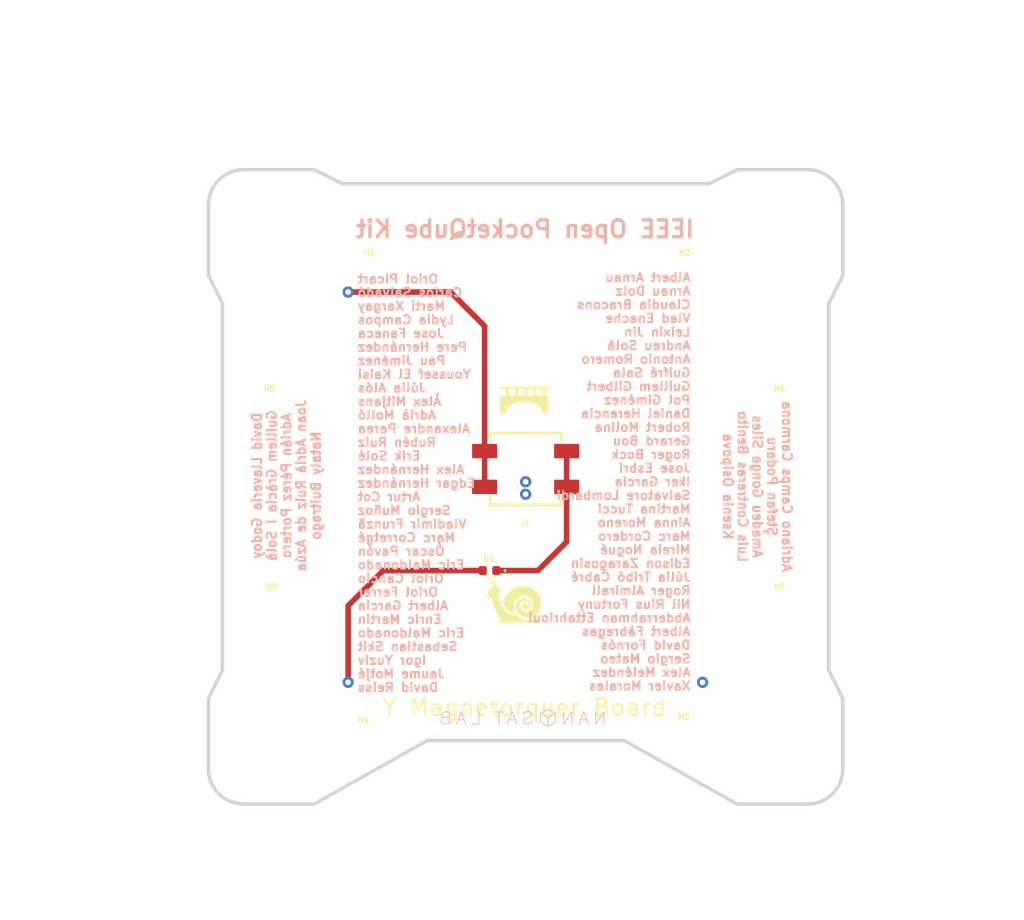
<source format=kicad_pcb>
(kicad_pcb (version 20221018) (generator pcbnew)
  (layers (0 "F.Cu" signal) (1 "In1.Cu" signal) (2 "In2.Cu" signal) (3 "In3.Cu" signal) (4 "In4.Cu" signal) (31 "B.Cu" signal) (34 "B.Paste" user) (35 "F.Paste" user) (36 "B.SilkS" user "B.Silkscreen") (37 "F.SilkS" user "F.Silkscreen") (38 "B.Mask" user) (39 "F.Mask" user) (44 "Edge.Cuts" user))
  (net 0 "")
  (net 1 "/VCC_MAG")
  (net 2 "/MAG+Y")
  (footprint "MountingHole:MountingHole_2.2mm_M2_DIN965" (layer "F.Cu") (at 83.748 70.746)
    (fp_text reference "H8" (at 0 -2.9 unlocked) (layer "F.SilkS") (effects (font (size 0.4 0.4))))
    (fp_text value "MountingHole" hide)
    (pad "" np_thru_hole circle (at 0 0) (size 2.2 2.2) (drill 2.2) (layers "*.Cu" "*.Mask"))
  )
  (footprint "MountingHole:MountingHole_6.4mm_M6_DIN965" (layer "F.Cu") (at 118.248 44.246)
    (fp_text reference "H2" (at -5.218 -0.116 unlocked) (layer "F.SilkS") (effects (font (size 0.4 0.4))))
    (fp_text value "MountingHole" hide)
    (pad "" np_thru_hole circle (at 0 0) (size 6.4 6.4) (drill 6.4) (layers "*.Cu" "*.Mask"))
  )
  (footprint "connector-nsl:M207810245" (layer "F.Cu") (at 101.748 59.476 90)
    (fp_text reference "J1" (at -3.831 -0.021 180) (layer "F.SilkS") (effects (font (size 0.4 0.4) (thickness 0.1) bold)))
    (fp_text value "M20-7810245" hide)
    (pad "1" smd rect (at -1.27 -2.91 90) (size 1.02 1.78) (layers "F.Cu" "F.Paste" "F.Mask") (net 1 "/VCC_MAG"))
    (pad "2" smd rect (at -1.27 2.91 90) (size 1.02 1.78) (layers "F.Cu" "F.Paste" "F.Mask") (net 2 "/MAG+Y"))
    (pad "3" smd rect (at 1.27 -2.91 90) (size 1.02 1.78) (layers "F.Cu" "F.Paste" "F.Mask") (net 1 "/VCC_MAG"))
    (pad "4" smd rect (at 1.27 2.91 90) (size 1.02 1.78) (layers "F.Cu" "F.Paste" "F.Mask") (net 2 "/MAG+Y"))
  )
  (footprint "MountingHole:MountingHole_6.4mm_M6_DIN965" (layer "F.Cu") (at 85.248 44.246)
    (fp_text reference "H1" (at 5.43 -0.116 unlocked) (layer "F.SilkS") (effects (font (size 0.4 0.4))))
    (fp_text value "MountingHole" hide)
    (pad "" np_thru_hole circle (at 0 0) (size 6.4 6.4) (drill 6.4) (layers "*.Cu" "*.Mask"))
  )
  (footprint "MountingHole:MountingHole_2.2mm_M2_DIN965" (layer "F.Cu") (at 119.748 70.746)
    (fp_text reference "H7" (at 0 -2.9 unlocked) (layer "F.SilkS") (effects (font (size 0.4 0.4))))
    (fp_text value "MountingHole" hide)
    (pad "" np_thru_hole circle (at 0 0) (size 2.2 2.2) (drill 2.2) (layers "*.Cu" "*.Mask"))
  )
  (footprint "MountingHole:MountingHole_2.2mm_M2_DIN965" (layer "F.Cu") (at 83.748 50.746)
    (fp_text reference "H5" (at -0.182 3.036 unlocked) (layer "F.SilkS") (effects (font (size 0.4 0.4))))
    (fp_text value "MountingHole" hide)
    (pad "" np_thru_hole circle (at 0 0) (size 2.2 2.2) (drill 2.2) (layers "*.Cu" "*.Mask"))
  )
  (footprint "MountingHole:MountingHole_2.2mm_M2_DIN965" (layer "F.Cu") (at 119.748 50.746)
    (fp_text reference "H6" (at 0 3.036 unlocked) (layer "F.SilkS") (effects (font (size 0.4 0.4))))
    (fp_text value "MountingHole" hide)
    (pad "" np_thru_hole circle (at 0 0) (size 2.2 2.2) (drill 2.2) (layers "*.Cu" "*.Mask"))
  )
  (footprint "LED_SMD:LED_0402_1005Metric" (layer "F.Cu") (at 99.1846 66.6852 180)
    (fp_text reference "D1" (at 0.023 0.8636 unlocked) (layer "F.SilkS") (effects (font (size 0.4 0.4))))
    (fp_text value "LED")
    (pad "1" smd roundrect (at -0.485 0 180) (size 0.59 0.64) (layers "F.Cu" "F.Paste" "F.Mask") (net 2 "/MAG+Y"))
    (pad "2" smd roundrect (at 0.485 0 180) (size 0.59 0.64) (layers "F.Cu" "F.Paste" "F.Mask") (net 1 "/VCC_MAG"))
  )
  (footprint "MountingHole:MountingHole_6.4mm_M6_DIN965" (layer "F.Cu") (at 85.248 77.246)
    (fp_text reference "H4" (at 4.9728 0.031 unlocked) (layer "F.SilkS") (effects (font (size 0.4 0.4))))
    (fp_text value "MountingHole" hide)
    (pad "" np_thru_hole circle (at 0 0) (size 6.4 6.4) (drill 6.4) (layers "*.Cu" "*.Mask"))
  )
  (footprint "MountingHole:MountingHole_6.4mm_M6_DIN965" (layer "F.Cu") (at 118.248 77.246)
    (fp_text reference "H3" (at -5.2688 -0.1976 unlocked) (layer "F.SilkS") (effects (font (size 0.4 0.4))))
    (fp_text value "MountingHole" hide)
    (pad "" np_thru_hole circle (at 0 0) (size 6.4 6.4) (drill 6.4) (layers "*.Cu" "*.Mask"))
  )
  (footprint "symbols-nsl:Snail" (layer "F.Cu") (at 101.6508 69.1744)
    (fp_text reference "Annotation3" hide)
    (fp_text value "snail")
  )
  (footprint "symbols-nsl:Bridgemaker" (layer "F.Cu") (at 101.604931 54.686381)
    (fp_text reference "Annotation1" hide)
    (fp_text value "Bridgemaker")
  )
  (footprint "symbols-nsl:NSL-small" (layer "B.Cu") (at 101.820309 77.120062 180)
    (fp_text reference "Annotation4" hide)
    (fp_text value "NSL_small" hide)
  )
  (gr_line (start 94.748 78.746) (end 108.748 78.746) (stroke (width 0.254)) (layer "Edge.Cuts"))
  (gr_arc (start 79.248 40.746) (mid 79.980233 38.978233) (end 81.748 38.246) (stroke (width 0.25)) (layer "Edge.Cuts"))
  (gr_line (start 121.748 83.246) (end 116.748 83.246) (stroke (width 0.25)) (layer "Edge.Cuts"))
  (gr_line (start 80.248 73.746) (end 80.248 47.746) (stroke (width 0.25)) (layer "Edge.Cuts"))
  (gr_line (start 114.748 39.246) (end 116.748 38.246) (stroke (width 0.25)) (layer "Edge.Cuts"))
  (gr_line (start 81.748 38.246) (end 86.748 38.246) (stroke (width 0.25)) (layer "Edge.Cuts"))
  (gr_line (start 116.748 38.246) (end 121.748 38.246) (stroke (width 0.25)) (layer "Edge.Cuts"))
  (gr_line (start 88.748 39.246) (end 114.748 39.246) (stroke (width 0.25)) (layer "Edge.Cuts"))
  (gr_line (start 123.248 47.746) (end 124.248 45.746) (stroke (width 0.25)) (layer "Edge.Cuts"))
  (gr_line (start 123.248 47.746) (end 123.248 73.746) (stroke (width 0.25)) (layer "Edge.Cuts"))
  (gr_arc (start 124.248 80.746) (mid 123.515767 82.513767) (end 121.748 83.246) (stroke (width 0.25)) (layer "Edge.Cuts"))
  (gr_line (start 86.748 83.246) (end 81.748 83.246) (stroke (width 0.25)) (layer "Edge.Cuts"))
  (gr_arc (start 81.748 83.246) (mid 79.980233 82.513767) (end 79.248 80.746) (stroke (width 0.25)) (layer "Edge.Cuts"))
  (gr_line (start 94.748 78.746) (end 86.748 83.246) (stroke (width 0.25)) (layer "Edge.Cuts"))
  (gr_line (start 123.248 73.746) (end 124.248 75.746) (stroke (width 0.25)) (layer "Edge.Cuts"))
  (gr_line (start 124.248 75.746) (end 124.248 80.746) (stroke (width 0.25)) (layer "Edge.Cuts"))
  (gr_line (start 108.748 78.746) (end 116.748 83.246) (stroke (width 0.25)) (layer "Edge.Cuts"))
  (gr_line (start 80.248 47.746) (end 79.248 45.746) (stroke (width 0.25)) (layer "Edge.Cuts"))
  (gr_line (start 86.748 38.246) (end 88.748 39.246) (stroke (width 0.25)) (layer "Edge.Cuts"))
  (gr_arc (start 121.748 38.246) (mid 123.515767 38.978233) (end 124.248 40.746) (stroke (width 0.25)) (layer "Edge.Cuts"))
  (gr_line (start 79.248 45.746) (end 79.248 40.746) (stroke (width 0.25)) (layer "Edge.Cuts"))
  (gr_line (start 79.248 80.746) (end 79.248 75.746) (stroke (width 0.25)) (layer "Edge.Cuts"))
  (gr_line (start 124.248 40.746) (end 124.248 45.746) (stroke (width 0.25)) (layer "Edge.Cuts"))
  (gr_line (start 80.248 73.746) (end 79.248 75.746) (stroke (width 0.25)) (layer "Edge.Cuts"))
  (gr_text "Albert Arnau\nArnau Dolz\nClaudia Bracons\nVlad Enache\nLeixin Jin\nAndreu Solà\nAntonio Romero\nGuifré Sala\nGuillem Gilbert\nPol Giménez\nDaniel Herencia\nRobert Molina\nGerard Bou\nRoger Bock\nJose Esbrí\nIker Garcia\nSalvatore Lombardi\nMartina Tucci\nAinna Moreno\nMarc Cordero\nMireia Nogué\nEdison Zaragosin\nJúlia Tribó Cabré\nRoger Almirall\nNil Rius Fortuny\nAbderrahman Ettahrioui\nAlbert Fàbregas\nDavid Fornós\nSergio Mateo\nAlex Meléndez\nXavier Morales" (at 113.538 75.2196) (layer "B.SilkS") (effects (font (size 0.6 0.65) (thickness 0.15) bold) (justify left bottom mirror)))
  (gr_text "Oriol Picart\nCarlos Salvadó\nMartí Xargay\nLydia Campos\nJose Faneca\nPere Hernández\nPau Jiménez\nYoussef El Kaisi\nJúlia Alós\nÀlex Mitjans\nAdrià Molló\nAlexandre Perea\nRubén Ruíz\nErik Solé\nAlex Hernández\nEdgar Hernández\nArtur Cot\nSergio Muñoz\nVladimir Frunză\nMarc Corretgé\nÓscar Pavón\nEric Maldonado\nOriol Cancio\nOriol Ferrer\nAlbert Garcia\nEnric Martin\nEric Maldonado\nSebastian Skit\nIgor Yuziv\nJaume Motjé\nDavid Reiss" (at 89.7382 75.3212) (layer "B.SilkS") (effects (font (size 0.6 0.65) (thickness 0.15) bold) (justify right bottom mirror)))
  (gr_text "David Llavería Godoy\nGuillem Gràcia I Solà\nAdrián Pérez Portero\nJoan Adrià Ruiz de Azúa\nNataly Buitrago" (at 87.249 60.6654 90) (layer "B.SilkS") (effects (font (size 0.65 0.65) (thickness 0.1625) bold) (justify bottom mirror)))
  (gr_text "Adriano Camps Carmona\nȘtefan Podaru\nAmadeu Gonga Siles\nLuis Contreras Benito\nKsenia Osipova" (at 115.7224 60.7162 270) (layer "B.SilkS") (effects (font (size 0.65 0.65) (thickness 0.1625) bold) (justify bottom mirror)))
  (gr_text "IEEE Open PocketQube Kit" (at 113.8428 43.1648) (layer "B.SilkS") (effects (font (size 1.2 1.2) (thickness 0.25) bold) (justify left bottom mirror)))
  (gr_text "Y Magnetorquer Board\n" (at 101.6508 76.388) (layer "F.SilkS") (effects (font (size 1.2 1.2))))
  (segment (start 89.154 46.924) (end 96.4184 46.924) (width 0.4) (layer "F.Cu") (net 1))
  (segment (start 89.154 69.1744) (end 91.6432 66.6852) (width 0.4) (layer "F.Cu") (net 1))
  (segment (start 91.6432 66.6852) (end 98.6996 66.6852) (width 0.4) (layer "F.Cu") (net 1))
  (segment (start 98.838 60.746) (end 98.838 58.206) (width 0.4) (layer "F.Cu") (net 1))
  (segment (start 89.154 74.61) (end 89.154 69.1744) (width 0.4) (layer "F.Cu") (net 1))
  (segment (start 98.838 49.3436) (end 98.838 58.206) (width 0.4) (layer "F.Cu") (net 1))
  (segment (start 96.4184 46.924) (end 98.838 49.3436) (width 0.4) (layer "F.Cu") (net 1))
  (via (at 101.748 60.385) (size 0.8) (drill 0.4) (layers "F.Cu" "B.Cu") (net 1))
  (via (at 89.154 74.61) (size 0.8) (drill 0.4) (layers "F.Cu" "B.Cu") (net 1))
  (via (at 101.747 61.265) (size 0.8) (drill 0.4) (layers "F.Cu" "B.Cu") (net 1))
  (via (at 89.154 46.924) (size 0.8) (drill 0.4) (layers "F.Cu" "B.Cu") (net 1))
  (via (at 114.3 74.61) (size 0.8) (drill 0.4) (layers "F.Cu" "B.Cu") (net 1))
  (segment (start 104.658 60.746) (end 104.658 64.6432) (width 0.4) (layer "F.Cu") (net 2))
  (segment (start 104.658 60.746) (end 104.658 58.206) (width 0.4) (layer "F.Cu") (net 2))
  (segment (start 104.648 60.756) (end 104.658 60.746) (width 0.4) (layer "F.Cu") (net 2))
  (segment (start 104.658 64.6432) (end 102.616 66.6852) (width 0.4) (layer "F.Cu") (net 2))
  (segment (start 102.616 66.6852) (end 99.6696 66.6852) (width 0.4) (layer "F.Cu") (net 2))
)
</source>
